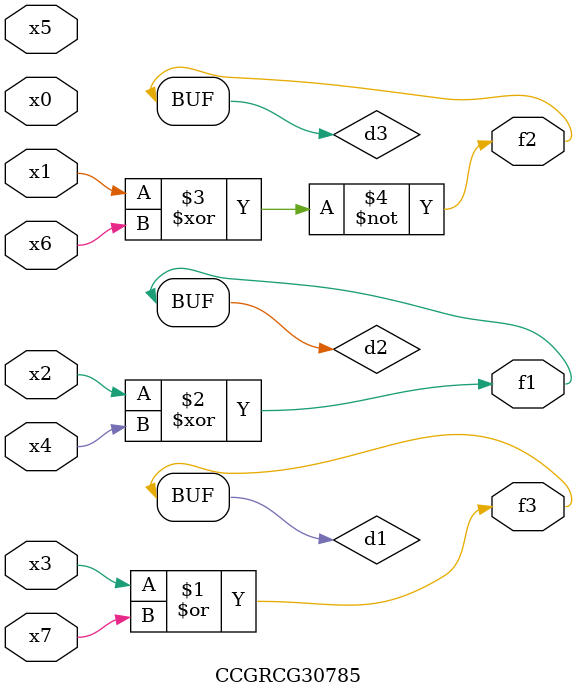
<source format=v>
module CCGRCG30785(
	input x0, x1, x2, x3, x4, x5, x6, x7,
	output f1, f2, f3
);

	wire d1, d2, d3;

	or (d1, x3, x7);
	xor (d2, x2, x4);
	xnor (d3, x1, x6);
	assign f1 = d2;
	assign f2 = d3;
	assign f3 = d1;
endmodule

</source>
